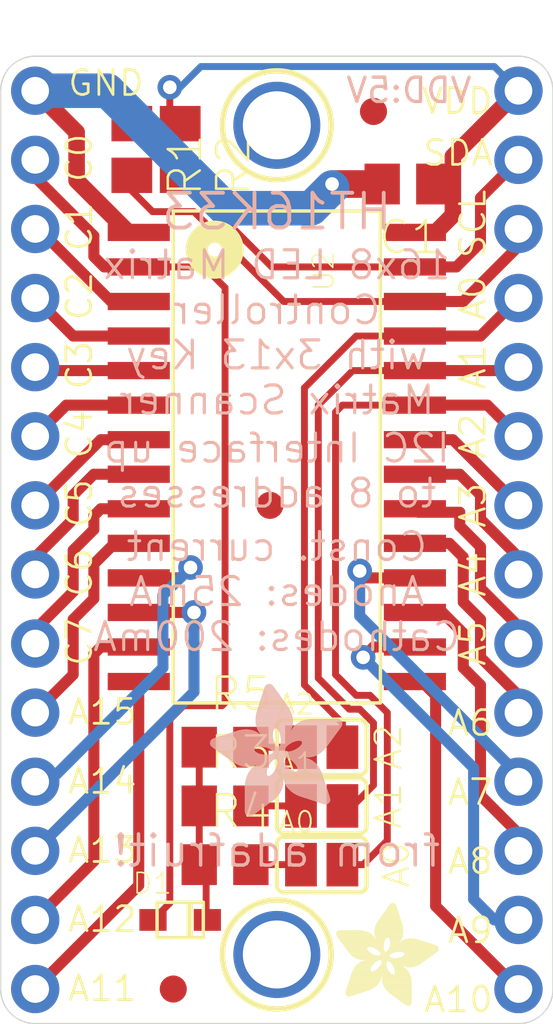
<source format=kicad_pcb>
(kicad_pcb (version 20241229) (generator "pcbnew") (generator_version "9.0")
  (layers (0 "F.Cu" signal) (4 "In1.Cu" signal) (6 "In2.Cu" signal) (8 "In3.Cu" signal) (10 "In4.Cu" signal) (12 "In5.Cu" signal) (14 "In6.Cu" signal) (16 "In7.Cu" signal) (18 "In8.Cu" signal) (20 "In9.Cu" signal) (22 "In10.Cu" signal) (24 "In11.Cu" signal) (26 "In12.Cu" signal) (28 "In13.Cu" signal) (30 "In14.Cu" signal) (2 "B.Cu" signal) (13 "F.Paste" user) (15 "B.Paste" user) (5 "F.SilkS" user "F.Silkscreen") (7 "B.SilkS" user "B.Silkscreen") (1 "F.Mask" user) (3 "B.Mask" user) (25 "Edge.Cuts" user))
  (net 0 "")
  (net 1 "CATH7")
  (net 2 "CATH6")
  (net 3 "CATH5")
  (net 4 "CATH4")
  (net 5 "CATH3")
  (net 6 "CATH2")
  (net 7 "CATH1")
  (net 8 "CATH0")
  (net 9 "VDD")
  (net 10 "GND")
  (net 11 "N$19")
  (net 12 "N$20")
  (net 13 "A1")
  (net 14 "ANOD14")
  (net 15 "ANOD13")
  (net 16 "ANOD7")
  (net 17 "ANOD6")
  (net 18 "ANOD4")
  (net 19 "ANOD3")
  (net 20 "ANOD5")
  (net 21 "ANOD8")
  (net 22 "ANOD9")
  (net 23 "ANOD11")
  (net 24 "ANOD10")
  (net 25 "ANOD12")
  (net 26 "ANOD15")
  (net 27 "A0")
  (net 28 "A2")
  (net 29 "N$9")
  (net 30 "N$16")
  (net 31 "SDA")
  (net 32 "SCL")
  (footprint "Adafruit HT16K33 breakout:SOLDERJUMPER_REFLOW_NOPASTE" (layer "F.Cu") (at 150.1521 116.9416)
    (property "Reference" "A0" (at -1.651 -1.143 0) (layer "F.SilkS") (effects (font (size 0.739648 0.739648) (thickness 0.073152)) (justify left bottom)))
    (property "Value" "")
    (pad "1" smd rect (at -0.762 0) (size 1.1684 1.6002) (layers "F.Cu" "F.Mask") (net 12 "N$20"))
    (pad "2" smd rect (at 0.762 0) (size 1.1684 1.6002) (layers "F.Cu" "F.Mask") (net 27 "A0"))
  )
  (footprint "Adafruit HT16K33 breakout:SOLDERJUMPER_REFLOW_NOPASTE" (layer "F.Cu") (at 150.1521 112.6236)
    (property "Reference" "A2" (at -1.651 -1.143 0) (layer "F.SilkS") (effects (font (size 0.739648 0.739648) (thickness 0.073152)) (justify left bottom)))
    (property "Value" "")
    (pad "1" smd rect (at -0.762 0) (size 1.1684 1.6002) (layers "F.Cu" "F.Mask") (net 29 "N$9"))
    (pad "2" smd rect (at 0.762 0) (size 1.1684 1.6002) (layers "F.Cu" "F.Mask") (net 28 "A2"))
  )
  (footprint "Adafruit HT16K33 breakout:FIDUCIAL_1MM" (layer "F.Cu") (at 152.0571 89.2556 90)
    (property "Reference" "U$1" (hide yes))
    (property "Value" "FIDUCIAL" (hide yes))
    (pad "1" smd roundrect (at 0 0 90) (size 1 1) (layers "F.Cu") (roundrect_rratio 0.5))
  )
  (footprint "Adafruit HT16K33 breakout:1X14-CB" (layer "F.Cu") (at 139.6111 105.0036 -90)
    (property "Reference" "JP2" (hide yes))
    (property "Value" "" (hide yes))
    (pad "1" thru_hole circle (at -16.51 0) (size 1.778 1.778) (drill 1.016) (layers "*.Cu" "*.Mask") (net 10 "GND"))
    (pad "2" thru_hole circle (at -13.97 0) (size 1.778 1.778) (drill 1.016) (layers "*.Cu" "*.Mask") (net 8 "CATH0"))
    (pad "3" thru_hole circle (at -11.43 0) (size 1.778 1.778) (drill 1.016) (layers "*.Cu" "*.Mask") (net 7 "CATH1"))
    (pad "4" thru_hole circle (at -8.89 0) (size 1.778 1.778) (drill 1.016) (layers "*.Cu" "*.Mask") (net 6 "CATH2"))
    (pad "5" thru_hole circle (at -6.35 0) (size 1.778 1.778) (drill 1.016) (layers "*.Cu" "*.Mask") (net 5 "CATH3"))
    (pad "6" thru_hole circle (at -3.81 0) (size 1.778 1.778) (drill 1.016) (layers "*.Cu" "*.Mask") (net 4 "CATH4"))
    (pad "7" thru_hole circle (at -1.27 0) (size 1.778 1.778) (drill 1.016) (layers "*.Cu" "*.Mask") (net 3 "CATH5"))
    (pad "8" thru_hole circle (at 1.27 0) (size 1.778 1.778) (drill 1.016) (layers "*.Cu" "*.Mask") (net 2 "CATH6"))
    (pad "9" thru_hole circle (at 3.81 0) (size 1.778 1.778) (drill 1.016) (layers "*.Cu" "*.Mask") (net 1 "CATH7"))
    (pad "10" thru_hole circle (at 6.35 0) (size 1.778 1.778) (drill 1.016) (layers "*.Cu" "*.Mask") (net 26 "ANOD15"))
    (pad "11" thru_hole circle (at 8.89 0) (size 1.778 1.778) (drill 1.016) (layers "*.Cu" "*.Mask") (net 14 "ANOD14"))
    (pad "12" thru_hole circle (at 11.43 0) (size 1.778 1.778) (drill 1.016) (layers "*.Cu" "*.Mask") (net 15 "ANOD13"))
    (pad "13" thru_hole circle (at 13.97 0) (size 1.778 1.778) (drill 1.016) (layers "*.Cu" "*.Mask") (net 25 "ANOD12"))
    (pad "14" thru_hole circle (at 16.51 0) (size 1.778 1.778) (drill 1.016) (layers "*.Cu" "*.Mask") (net 23 "ANOD11"))
  )
  (footprint "Adafruit HT16K33 breakout:SOP28_300MIL" (layer "F.Cu") (at 148.5011 101.9556 -90)
    (property "Reference" "U2" (at -7.62 -1.27 90) (layer "F.SilkS") (effects (font (size 0.752978 0.752978) (thickness 0.059822)) (justify right top)))
    (property "Value" "28-SOIC")
    (pad "P$1" smd rect (at -8.255 5.08 270) (size 0.635 2.286) (layers "F.Cu" "F.Mask" "F.Paste") (net 10 "GND"))
    (pad "P$2" smd rect (at -6.985 5.08 270) (size 0.635 2.286) (layers "F.Cu" "F.Mask" "F.Paste") (net 8 "CATH0"))
    (pad "P$3" smd rect (at -5.715 5.08 270) (size 0.635 2.286) (layers "F.Cu" "F.Mask" "F.Paste") (net 7 "CATH1"))
    (pad "P$4" smd rect (at -4.445 5.08 270) (size 0.635 2.286) (layers "F.Cu" "F.Mask" "F.Paste") (net 6 "CATH2"))
    (pad "P$5" smd rect (at -3.175 5.08 270) (size 0.635 2.286) (layers "F.Cu" "F.Mask" "F.Paste") (net 5 "CATH3"))
    (pad "P$6" smd rect (at -1.905 5.08 270) (size 0.635 2.286) (layers "F.Cu" "F.Mask" "F.Paste") (net 4 "CATH4"))
    (pad "P$7" smd rect (at -0.635 5.08 270) (size 0.635 2.286) (layers "F.Cu" "F.Mask" "F.Paste") (net 3 "CATH5"))
    (pad "P$8" smd rect (at 0.635 5.08 270) (size 0.635 2.286) (layers "F.Cu" "F.Mask" "F.Paste") (net 2 "CATH6"))
    (pad "P$9" smd rect (at 1.905 5.08 270) (size 0.635 2.286) (layers "F.Cu" "F.Mask" "F.Paste") (net 1 "CATH7"))
    (pad "P$10" smd rect (at 3.175 5.08 270) (size 0.635 2.286) (layers "F.Cu" "F.Mask" "F.Paste") (net 26 "ANOD15"))
    (pad "P$11" smd rect (at 4.445 5.08 270) (size 0.635 2.286) (layers "F.Cu" "F.Mask" "F.Paste") (net 14 "ANOD14"))
    (pad "P$12" smd rect (at 5.715 5.08 270) (size 0.635 2.286) (layers "F.Cu" "F.Mask" "F.Paste") (net 15 "ANOD13"))
    (pad "P$13" smd rect (at 6.985 5.08 270) (size 0.635 2.286) (layers "F.Cu" "F.Mask" "F.Paste") (net 25 "ANOD12"))
    (pad "P$14" smd rect (at 8.255 5.08 270) (size 0.635 2.286) (layers "F.Cu" "F.Mask" "F.Paste") (net 23 "ANOD11"))
    (pad "P$15" smd rect (at 8.255 -5.08 90) (size 0.635 2.286) (layers "F.Cu" "F.Mask" "F.Paste") (net 24 "ANOD10"))
    (pad "P$16" smd rect (at 6.985 -5.08 90) (size 0.635 2.286) (layers "F.Cu" "F.Mask" "F.Paste") (net 22 "ANOD9"))
    (pad "P$17" smd rect (at 5.715 -5.08 90) (size 0.635 2.286) (layers "F.Cu" "F.Mask" "F.Paste") (net 21 "ANOD8"))
    (pad "P$18" smd rect (at 4.445 -5.08 90) (size 0.635 2.286) (layers "F.Cu" "F.Mask" "F.Paste") (net 16 "ANOD7"))
    (pad "P$19" smd rect (at 3.175 -5.08 90) (size 0.635 2.286) (layers "F.Cu" "F.Mask" "F.Paste") (net 17 "ANOD6"))
    (pad "P$20" smd rect (at 1.905 -5.08 90) (size 0.635 2.286) (layers "F.Cu" "F.Mask" "F.Paste") (net 20 "ANOD5"))
    (pad "P$21" smd rect (at 0.635 -5.08 90) (size 0.635 2.286) (layers "F.Cu" "F.Mask" "F.Paste") (net 18 "ANOD4"))
    (pad "P$22" smd rect (at -0.635 -5.08 90) (size 0.635 2.286) (layers "F.Cu" "F.Mask" "F.Paste") (net 19 "ANOD3"))
    (pad "P$23" smd rect (at -1.905 -5.08 90) (size 0.635 2.286) (layers "F.Cu" "F.Mask" "F.Paste") (net 27 "A0"))
    (pad "P$24" smd rect (at -3.175 -5.08 90) (size 0.635 2.286) (layers "F.Cu" "F.Mask" "F.Paste") (net 13 "A1"))
    (pad "P$25" smd rect (at -4.445 -5.08 90) (size 0.635 2.286) (layers "F.Cu" "F.Mask" "F.Paste") (net 28 "A2"))
    (pad "P$26" smd rect (at -5.715 -5.08 90) (size 0.635 2.286) (layers "F.Cu" "F.Mask" "F.Paste") (net 32 "SCL"))
    (pad "P$27" smd rect (at -6.985 -5.08 90) (size 0.635 2.286) (layers "F.Cu" "F.Mask" "F.Paste") (net 31 "SDA"))
    (pad "P$28" smd rect (at -8.255 -5.08 90) (size 0.635 2.286) (layers "F.Cu" "F.Mask" "F.Paste") (net 9 "VDD"))
  )
  (footprint "Adafruit HT16K33 breakout:FIDUCIAL_1MM" (layer "F.Cu") (at 148.2471 103.7336 90)
    (property "Reference" "U$2" (hide yes))
    (property "Value" "FIDUCIAL" (hide yes))
    (pad "1" smd roundrect (at 0 0 90) (size 1 1) (layers "F.Cu") (roundrect_rratio 0.5))
  )
  (footprint "Adafruit HT16K33 breakout:R0805" (layer "F.Cu") (at 144.9451 90.6526 -90)
    (property "Reference" "R2" (at -0.635 -1.27 90) (layer "F.SilkS") (effects (font (size 1.176528 1.176528) (thickness 0.093472)) (justify right top)))
    (property "Value" "10K")
    (pad "1" smd rect (at -0.95 0 270) (size 1.3 1.5) (layers "F.Cu" "F.Mask" "F.Paste") (net 9 "VDD"))
    (pad "2" smd rect (at 0.95 0 270) (size 1.3 1.5) (layers "F.Cu" "F.Mask" "F.Paste") (net 31 "SDA"))
  )
  (footprint "Adafruit HT16K33 breakout:1X14-CB" (layer "F.Cu") (at 157.3911 105.0036 90)
    (property "Reference" "JP1" (hide yes))
    (property "Value" "" (hide yes))
    (pad "1" thru_hole circle (at -16.51 0 180) (size 1.778 1.778) (drill 1.016) (layers "*.Cu" "*.Mask") (net 24 "ANOD10"))
    (pad "2" thru_hole circle (at -13.97 0 180) (size 1.778 1.778) (drill 1.016) (layers "*.Cu" "*.Mask") (net 22 "ANOD9"))
    (pad "3" thru_hole circle (at -11.43 0 180) (size 1.778 1.778) (drill 1.016) (layers "*.Cu" "*.Mask") (net 21 "ANOD8"))
    (pad "4" thru_hole circle (at -8.89 0 180) (size 1.778 1.778) (drill 1.016) (layers "*.Cu" "*.Mask") (net 16 "ANOD7"))
    (pad "5" thru_hole circle (at -6.35 0 180) (size 1.778 1.778) (drill 1.016) (layers "*.Cu" "*.Mask") (net 17 "ANOD6"))
    (pad "6" thru_hole circle (at -3.81 0 180) (size 1.778 1.778) (drill 1.016) (layers "*.Cu" "*.Mask") (net 20 "ANOD5"))
    (pad "7" thru_hole circle (at -1.27 0 180) (size 1.778 1.778) (drill 1.016) (layers "*.Cu" "*.Mask") (net 18 "ANOD4"))
    (pad "8" thru_hole circle (at 1.27 0 180) (size 1.778 1.778) (drill 1.016) (layers "*.Cu" "*.Mask") (net 19 "ANOD3"))
    (pad "9" thru_hole circle (at 3.81 0 180) (size 1.778 1.778) (drill 1.016) (layers "*.Cu" "*.Mask") (net 27 "A0"))
    (pad "10" thru_hole circle (at 6.35 0 180) (size 1.778 1.778) (drill 1.016) (layers "*.Cu" "*.Mask") (net 13 "A1"))
    (pad "11" thru_hole circle (at 8.89 0 180) (size 1.778 1.778) (drill 1.016) (layers "*.Cu" "*.Mask") (net 28 "A2"))
    (pad "12" thru_hole circle (at 11.43 0 180) (size 1.778 1.778) (drill 1.016) (layers "*.Cu" "*.Mask") (net 32 "SCL"))
    (pad "13" thru_hole circle (at 13.97 0 180) (size 1.778 1.778) (drill 1.016) (layers "*.Cu" "*.Mask") (net 31 "SDA"))
    (pad "14" thru_hole circle (at 16.51 0 180) (size 1.778 1.778) (drill 1.016) (layers "*.Cu" "*.Mask") (net 9 "VDD"))
  )
  (footprint "Adafruit HT16K33 breakout:ADAFRUIT_3.5MM" (layer "F.Cu") (at 150.6601 122.1486)
    (property "Reference" "U$3" (hide yes))
    (property "Value" "" (hide yes))
  )
  (footprint "Adafruit HT16K33 breakout:FIDUCIAL_1MM" (layer "F.Cu") (at 144.6911 121.5136)
    (property "Reference" "U$6" (hide yes))
    (property "Value" "FIDUCIAL" (hide yes))
    (pad "1" smd roundrect (at 0 0) (size 1 1) (layers "F.Cu") (roundrect_rratio 0.5))
  )
  (footprint "Adafruit HT16K33 breakout:SOD-323F" (layer "F.Cu") (at 144.9451 118.9736)
    (property "Reference" "D1" (at -1.8 -0.9 0) (layer "F.SilkS") (effects (font (size 0.752978 0.752978) (thickness 0.059822)) (justify left bottom)))
    (property "Value" "1N4148")
    (pad "A" smd rect (at -1 0) (size 1 0.8) (layers "F.Cu" "F.Mask" "F.Paste") (net 8 "CATH0"))
    (pad "C" smd rect (at 1 0) (size 1 0.8) (layers "F.Cu" "F.Mask" "F.Paste") (net 30 "N$16"))
  )
  (footprint "Adafruit HT16K33 breakout:R0805" (layer "F.Cu") (at 146.5961 114.7826)
    (property "Reference" "R3" (at -0.635 -1.27 0) (layer "F.SilkS") (effects (font (size 1.176528 1.176528) (thickness 0.093472)) (justify left bottom)))
    (property "Value" "47K")
    (pad "1" smd rect (at -0.95 0) (size 1.3 1.5) (layers "F.Cu" "F.Mask" "F.Paste") (net 30 "N$16"))
    (pad "2" smd rect (at 0.95 0) (size 1.3 1.5) (layers "F.Cu" "F.Mask" "F.Paste") (net 11 "N$19"))
  )
  (footprint "Adafruit HT16K33 breakout:R0805" (layer "F.Cu") (at 146.5961 112.6236)
    (property "Reference" "R5" (at -0.635 -1.27 0) (layer "F.SilkS") (effects (font (size 1.176528 1.176528) (thickness 0.093472)) (justify left bottom)))
    (property "Value" "47K")
    (pad "1" smd rect (at -0.95 0) (size 1.3 1.5) (layers "F.Cu" "F.Mask" "F.Paste") (net 30 "N$16"))
    (pad "2" smd rect (at 0.95 0) (size 1.3 1.5) (layers "F.Cu" "F.Mask" "F.Paste") (net 29 "N$9"))
  )
  (footprint "Adafruit HT16K33 breakout:R0805" (layer "F.Cu") (at 146.5961 116.9416)
    (property "Reference" "R4" (at -0.635 -1.27 0) (layer "F.SilkS") (effects (font (size 1.176528 1.176528) (thickness 0.093472)) (justify left bottom)))
    (property "Value" "47K")
    (pad "1" smd rect (at -0.95 0) (size 1.3 1.5) (layers "F.Cu" "F.Mask" "F.Paste") (net 30 "N$16"))
    (pad "2" smd rect (at 0.95 0) (size 1.3 1.5) (layers "F.Cu" "F.Mask" "F.Paste") (net 12 "N$20"))
  )
  (footprint "Adafruit HT16K33 breakout:SOLDERJUMPER_REFLOW_NOPASTE" (layer "F.Cu") (at 150.1521 114.7826)
    (property "Reference" "A1" (at -1.651 -1.143 0) (layer "F.SilkS") (effects (font (size 0.739648 0.739648) (thickness 0.073152)) (justify left bottom)))
    (property "Value" "")
    (pad "1" smd rect (at -0.762 0) (size 1.1684 1.6002) (layers "F.Cu" "F.Mask") (net 11 "N$19"))
    (pad "2" smd rect (at 0.762 0) (size 1.1684 1.6002) (layers "F.Cu" "F.Mask") (net 13 "A1"))
  )
  (footprint "Adafruit HT16K33 breakout:MOUNTINGHOLE_2.5_PLATED" (layer "F.Cu") (at 148.5011 89.7636)
    (property "Reference" "U$4" (hide yes))
    (property "Value" "MOUNTINGHOLE2.5" (hide yes))
    (pad "P$1" thru_hole circle (at 0 0) (size 3.2 3.2) (drill 2.5) (layers "*.Cu" "*.Mask"))
  )
  (footprint "Adafruit HT16K33 breakout:R0805" (layer "F.Cu") (at 143.1671 90.6526 -90)
    (property "Reference" "R1" (at -0.635 -1.27 90) (layer "F.SilkS") (effects (font (size 1.176528 1.176528) (thickness 0.093472)) (justify right top)))
    (property "Value" "10K")
    (pad "1" smd rect (at -0.95 0 270) (size 1.3 1.5) (layers "F.Cu" "F.Mask" "F.Paste") (net 9 "VDD"))
    (pad "2" smd rect (at 0.95 0 270) (size 1.3 1.5) (layers "F.Cu" "F.Mask" "F.Paste") (net 32 "SCL"))
  )
  (footprint "Adafruit HT16K33 breakout:MOUNTINGHOLE_2.5_PLATED" (layer "F.Cu") (at 148.5011 120.2436)
    (property "Reference" "U$5" (hide yes))
    (property "Value" "MOUNTINGHOLE2.5" (hide yes))
    (pad "P$1" thru_hole circle (at 0 0) (size 3.2 3.2) (drill 2.5) (layers "*.Cu" "*.Mask"))
  )
  (footprint "Adafruit HT16K33 breakout:C0805" (layer "F.Cu") (at 153.3271 91.9226 180)
    (property "Reference" "C1" (at -1.27 -1.27 0) (layer "F.SilkS") (effects (font (size 1.176528 1.176528) (thickness 0.093472)) (justify right top)))
    (property "Value" "10uF")
    (pad "1" smd rect (at -0.95 0 180) (size 1.3 1.5) (layers "F.Cu" "F.Mask" "F.Paste") (net 9 "VDD"))
    (pad "2" smd rect (at 0.95 0 180) (size 1.3 1.5) (layers "F.Cu" "F.Mask" "F.Paste") (net 10 "GND"))
  )
  (footprint "Adafruit HT16K33 breakout:ADAFRUIT_5MM" (layer "B.Cu") (at 150.9141 115.1636 180)
    (property "Reference" "U$7" (hide yes))
    (property "Value" "" (hide yes))
  )
  (gr_arc (start 158.6611 121.5136) (mid 158.289126 122.411626) (end 157.3911 122.7836) (stroke (width 0.05)) (layer "Edge.Cuts"))
  (gr_line (start 139.6111 87.2236) (end 157.3911 87.2236) (stroke (width 0.05)) (layer "Edge.Cuts"))
  (gr_arc (start 157.3911 87.2236) (mid 158.289126 87.595574) (end 158.6611 88.4936) (stroke (width 0.05)) (layer "Edge.Cuts"))
  (gr_line (start 138.3411 121.5136) (end 138.3411 88.4936) (stroke (width 0.05)) (layer "Edge.Cuts"))
  (gr_arc (start 139.6111 122.7836) (mid 138.713074 122.411626) (end 138.3411 121.5136) (stroke (width 0.05)) (layer "Edge.Cuts"))
  (gr_line (start 158.6611 88.4936) (end 158.6611 121.5136) (stroke (width 0.05)) (layer "Edge.Cuts"))
  (gr_line (start 157.3911 122.7836) (end 139.6111 122.7836) (stroke (width 0.05)) (layer "Edge.Cuts"))
  (gr_arc (start 138.3411 88.4936) (mid 138.713074 87.595574) (end 139.6111 87.2236) (stroke (width 0.05)) (layer "Edge.Cuts"))
  (gr_text "C5" (at 141.7701 104.6226 90) (layer "F.SilkS") (effects (font (size 0.9144 0.9144) (thickness 0.1016)) (justify left bottom)))
  (gr_text "A1" (at 156.2481 99.5426 90) (layer "F.SilkS") (effects (font (size 0.9144 0.9144) (thickness 0.1016)) (justify left bottom)))
  (gr_text "A7" (at 154.725552 114.812064 0) (layer "F.SilkS") (effects (font (size 0.9144 0.9144) (thickness 0.1016)) (justify left bottom)))
  (gr_text "C0" (at 141.7701 91.9226 90) (layer "F.SilkS") (effects (font (size 0.9144 0.9144) (thickness 0.1016)) (justify left bottom)))
  (gr_text "SCL" (at 156.2481 94.7166 90) (layer "F.SilkS") (effects (font (size 0.9144 0.9144) (thickness 0.1016)) (justify left bottom)))
  (gr_text "C2" (at 141.7701 97.0026 90) (layer "F.SilkS") (effects (font (size 0.9144 0.9144) (thickness 0.1016)) (justify left bottom)))
  (gr_text "VDD" (at 153.767609 89.412064 0) (layer "F.SilkS") (effects (font (size 0.9144 0.9144) (thickness 0.1016)) (justify left bottom)))
  (gr_text "SDA" (at 153.811152 91.317064 0) (layer "F.SilkS") (effects (font (size 0.9144 0.9144) (thickness 0.1016)) (justify left bottom)))
  (gr_text "GND" (at 140.7541 88.7476 0) (layer "F.SilkS") (effects (font (size 0.9144 0.9144) (thickness 0.1016)) (justify left bottom)))
  (gr_text "A6" (at 154.725552 112.272064 0) (layer "F.SilkS") (effects (font (size 0.9144 0.9144) (thickness 0.1016)) (justify left bottom)))
  (gr_text "A15" (at 140.7541 111.8616 0) (layer "F.SilkS") (effects (font (size 0.9144 0.9144) (thickness 0.1016)) (justify left bottom)))
  (gr_text "C3" (at 141.7701 99.5426 90) (layer "F.SilkS") (effects (font (size 0.9144 0.9144) (thickness 0.1016)) (justify left bottom)))
  (gr_text "C6" (at 141.7701 107.1626 90) (layer "F.SilkS") (effects (font (size 0.9144 0.9144) (thickness 0.1016)) (justify left bottom)))
  (gr_text "A4" (at 156.2481 107.1626 90) (layer "F.SilkS") (effects (font (size 0.9144 0.9144) (thickness 0.1016)) (justify left bottom)))
  (gr_text "A13" (at 140.7541 116.9416 0) (layer "F.SilkS") (effects (font (size 0.9144 0.9144) (thickness 0.1016)) (justify left bottom)))
  (gr_text "A12" (at 140.7541 119.4816 0) (layer "F.SilkS") (effects (font (size 0.9144 0.9144) (thickness 0.1016)) (justify left bottom)))
  (gr_text "A11" (at 140.7541 122.0216 0) (layer "F.SilkS") (effects (font (size 0.9144 0.9144) (thickness 0.1016)) (justify left bottom)))
  (gr_text "A9" (at 154.725552 119.892064 0) (layer "F.SilkS") (effects (font (size 0.9144 0.9144) (thickness 0.1016)) (justify left bottom)))
  (gr_text "A0" (at 156.2481 97.0026 90) (layer "F.SilkS") (effects (font (size 0.9144 0.9144) (thickness 0.1016)) (justify left bottom)))
  (gr_text "C7" (at 141.7701 109.7026 90) (layer "F.SilkS") (effects (font (size 0.9144 0.9144) (thickness 0.1016)) (justify left bottom)))
  (gr_text "A8" (at 154.725552 117.352064 0) (layer "F.SilkS") (effects (font (size 0.9144 0.9144) (thickness 0.1016)) (justify left bottom)))
  (gr_text "A1" (at 152.0571 114.7826 90) (layer "F.SilkS") (effects (font (size 0.93472 0.93472) (thickness 0.08128)) (justify top)))
  (gr_text "A14" (at 140.7541 114.4016 0) (layer "F.SilkS") (effects (font (size 0.9144 0.9144) (thickness 0.1016)) (justify left bottom)))
  (gr_text "C1" (at 141.7701 94.4626 90) (layer "F.SilkS") (effects (font (size 0.9144 0.9144) (thickness 0.1016)) (justify left bottom)))
  (gr_text "A2" (at 156.2481 102.0826 90) (layer "F.SilkS") (effects (font (size 0.9144 0.9144) (thickness 0.1016)) (justify left bottom)))
  (gr_text "A2" (at 152.0571 112.6236 90) (layer "F.SilkS") (effects (font (size 0.93472 0.93472) (thickness 0.08128)) (justify top)))
  (gr_text "A3" (at 156.2481 104.6226 90) (layer "F.SilkS") (effects (font (size 0.9144 0.9144) (thickness 0.1016)) (justify left bottom)))
  (gr_text "C4" (at 141.7701 102.0826 90) (layer "F.SilkS") (effects (font (size 0.9144 0.9144) (thickness 0.1016)) (justify left bottom)))
  (gr_text "A5" (at 156.2481 109.7026 90) (layer "F.SilkS") (effects (font (size 0.9144 0.9144) (thickness 0.1016)) (justify left bottom)))
  (gr_text "A10" (at 153.854695 122.432064 0) (layer "F.SilkS") (effects (font (size 0.9144 0.9144) (thickness 0.1016)) (justify left bottom)))
  (gr_text "A0" (at 153.436015 116.9416 90) (layer "F.SilkS") (effects (font (size 0.93472 0.93472) (thickness 0.08128)) (justify bottom)))
  (gr_text "I2C Interface up\nto 8 addresses" (at 148.5011 102.4636 -0) (layer "B.SilkS") (effects (font (size 1.0287 1.0287) (thickness 0.1143)) (justify mirror)))
  (gr_text "HT16K33" (at 148.5011 92.9386 -0) (layer "B.SilkS") (effects (font (size 1.28016 1.28016) (thickness 0.14224)) (justify mirror)))
  (gr_text "VDD:5V" (at 155.7401 89.0016 -0) (layer "B.SilkS") (effects (font (size 0.89408 0.89408) (thickness 0.12192)) (justify left bottom mirror)))
  (gr_text "Const. current\nAnodes: 25mA\nCathodes: 200mA" (at 148.5011 106.9086 -0) (layer "B.SilkS") (effects (font (size 1.0287 1.0287) (thickness 0.1143)) (justify mirror)))
  (gr_text "16x8 LED Matrix\nController\nwith 3x13 Key\nMatrix Scanner" (at 148.5011 97.3836 -0) (layer "B.SilkS") (effects (font (size 1.0287 1.0287) (thickness 0.1143)) (justify mirror)))
  (gr_text "from adafruit!" (at 148.5011 116.4336 -0) (layer "B.SilkS") (effects (font (size 1.143 1.143) (thickness 0.127)) (justify mirror)))
  (segment (start 142.0241 103.8606) (end 141.7701 104.1146) (width 0.4064) (layer "F.Cu") (net 1))
  (segment (start 139.6111 108.3056) (end 139.6111 108.8136) (width 0.4064) (layer "F.Cu") (net 1))
  (segment (start 141.7701 104.1146) (end 141.7701 104.6226) (width 0.4064) (layer "F.Cu") (net 1))
  (segment (start 141.0081 106.9086) (end 139.6111 108.3056) (width 0.4064) (layer "F.Cu") (net 1))
  (segment (start 141.7701 104.6226) (end 141.0081 105.3846) (width 0.4064) (layer "F.Cu") (net 1))
  (segment (start 143.4211 103.8606) (end 142.0241 103.8606) (width 0.4064) (layer "F.Cu") (net 1))
  (segment (start 141.0081 105.3846) (end 141.0081 106.9086) (width 0.4064) (layer "F.Cu") (net 1))
  (segment (start 141.7701 102.5906) (end 141.0081 103.3526) (width 0.4064) (layer "F.Cu") (net 2))
  (segment (start 141.0081 104.2416) (end 139.6111 105.6386) (width 0.4064) (layer "F.Cu") (net 2))
  (segment (start 139.6111 105.6386) (end 139.6111 106.2736) (width 0.4064) (layer "F.Cu") (net 2))
  (segment (start 143.4211 102.5906) (end 141.7701 102.5906) (width 0.4064) (layer "F.Cu") (net 2))
  (segment (start 141.0081 103.3526) (end 141.0081 104.2416) (width 0.4064) (layer "F.Cu") (net 2))
  (segment (start 143.4211 101.3206) (end 142.0241 101.3206) (width 0.4064) (layer "F.Cu") (net 3))
  (segment (start 142.0241 101.3206) (end 139.6111 103.7336) (width 0.4064) (layer "F.Cu") (net 3))
  (segment (start 143.4211 100.0506) (end 140.7541 100.0506) (width 0.4064) (layer "F.Cu") (net 4))
  (segment (start 140.7541 100.0506) (end 139.6111 101.1936) (width 0.4064) (layer "F.Cu") (net 4))
  (segment (start 139.7381 98.7806) (end 139.6111 98.6536) (width 0.4064) (layer "F.Cu") (net 5))
  (segment (start 143.4211 98.7806) (end 139.7381 98.7806) (width 0.4064) (layer "F.Cu") (net 5))
  (segment (start 141.0081 97.5106) (end 139.6111 96.1136) (width 0.4064) (layer "F.Cu") (net 6))
  (segment (start 143.4211 97.5106) (end 141.0081 97.5106) (width 0.4064) (layer "F.Cu") (net 6))
  (segment (start 139.7381 93.5736) (end 139.6111 93.5736) (width 0.4064) (layer "F.Cu") (net 7))
  (segment (start 143.4211 96.2406) (end 142.4051 96.2406) (width 0.4064) (layer "F.Cu") (net 7))
  (segment (start 142.4051 96.2406) (end 139.7381 93.5736) (width 0.4064) (layer "F.Cu") (net 7))
  (segment (start 146.5961 110.9886) (end 146.5961 95.7326) (width 0.254) (layer "F.Cu") (net 8))
  (segment (start 139.6111 91.6686) (end 139.6111 91.0336) (width 0.4064) (layer "F.Cu") (net 8))
  (segment (start 141.7701 94.5896) (end 141.7701 93.8276) (width 0.4064) (layer "F.Cu") (net 8))
  (segment (start 145.0721 111.0996) (end 144.5641 111.6076) (width 0.254) (layer "F.Cu") (net 8))
  (segment (start 142.1511 94.9706) (end 141.7701 94.5896) (width 0.4064) (layer "F.Cu") (net 8))
  (segment (start 143.4211 94.9706) (end 142.1511 94.9706) (width 0.4064) (layer "F.Cu") (net 8))
  (segment (start 141.7701 93.8276) (end 139.6111 91.6686) (width 0.4064) (layer "F.Cu") (net 8))
  (segment (start 144.5641 118.3546) (end 143.9451 118.9736) (width 0.254) (layer "F.Cu") (net 8))
  (segment (start 145.8341 94.9706) (end 143.4211 94.9706) (width 0.254) (layer "F.Cu") (net 8))
  (segment (start 146.5961 110.9886) (end 146.4851 111.0996) (width 0.254) (layer "F.Cu") (net 8))
  (segment (start 146.5961 95.7326) (end 145.8341 94.9706) (width 0.254) (layer "F.Cu") (net 8))
  (segment (start 144.5641 111.6076) (end 144.5641 118.3546) (width 0.254) (layer "F.Cu") (net 8))
  (segment (start 146.4851 111.0996) (end 145.0721 111.0996) (width 0.254) (layer "F.Cu") (net 8))
  (segment (start 154.9781 93.0656) (end 154.9781 91.9226) (width 0.6096) (layer "F.Cu") (net 9))
  (segment (start 144.5641 88.3666) (end 144.5641 89.7026) (width 0.254) (layer "F.Cu") (net 9))
  (segment (start 154.2771 91.9226) (end 154.9781 91.9226) (width 0.6096) (layer "F.Cu") (net 9))
  (segment (start 153.5811 93.7006) (end 154.3431 93.7006) (width 0.6096) (layer "F.Cu") (net 9))
  (segment (start 143.1671 89.7026) (end 144.5641 89.7026) (width 0.254) (layer "F.Cu") (net 9))
  (segment (start 154.9781 90.9066) (end 157.3911 88.4936) (width 0.6096) (layer "F.Cu") (net 9))
  (segment (start 154.9781 91.9226) (end 154.9781 90.9066) (width 0.6096) (layer "F.Cu") (net 9))
  (segment (start 144.5641 89.7026) (end 144.9451 89.7026) (width 0.254) (layer "F.Cu") (net 9))
  (segment (start 154.3431 93.7006) (end 154.9781 93.0656) (width 0.6096) (layer "F.Cu") (net 9))
  (via (at 144.5641 88.3666) (size 0.9064) (drill 0.5) (layers "F.Cu" "B.Cu") (net 9))
  (segment (start 156.5021 87.6046) (end 145.7071 87.6046) (width 0.254) (layer "B.Cu") (net 9))
  (segment (start 144.9451 88.3666) (end 144.5641 88.3666) (width 0.254) (layer "B.Cu") (net 9))
  (segment (start 157.3911 88.4936) (end 156.5021 87.6046) (width 0.254) (layer "B.Cu") (net 9))
  (segment (start 145.7071 87.6046) (end 144.9451 88.3666) (width 0.254) (layer "B.Cu") (net 9))
  (segment (start 141.1351 90.0176) (end 139.6111 88.4936) (width 0.6096) (layer "F.Cu") (net 10))
  (segment (start 143.0401 93.7006) (end 141.1351 91.7956) (width 0.6096) (layer "F.Cu") (net 10))
  (segment (start 152.3771 91.9226) (end 150.5331 91.9226) (width 1.016) (layer "F.Cu") (net 10))
  (segment (start 141.1351 91.7956) (end 141.1351 90.0176) (width 0.6096) (layer "F.Cu") (net 10))
  (segment (start 143.4211 93.7006) (end 143.0401 93.7006) (width 0.6096) (layer "F.Cu") (net 10))
  (via (at 150.5331 91.9226) (size 0.9064) (drill 0.5) (layers "F.Cu" "B.Cu") (net 10))
  (segment (start 150.5331 91.9226) (end 150.5331 92.0496) (width 0.6096) (layer "B.Cu") (net 10))
  (segment (start 149.7711 92.8116) (end 146.5961 92.8116) (width 1.27) (layer "B.Cu") (net 10))
  (segment (start 142.2781 88.4936) (end 139.6111 88.4936) (width 1.27) (layer "B.Cu") (net 10))
  (segment (start 150.5331 92.0496) (end 149.7711 92.8116) (width 1.27) (layer "B.Cu") (net 10))
  (segment (start 146.5961 92.8116) (end 142.2781 88.4936) (width 1.27) (layer "B.Cu") (net 10))
  (segment (start 147.5461 114.7826) (end 149.3901 114.7826) (width 0.254) (layer "F.Cu") (net 11))
  (segment (start 147.5461 116.9416) (end 149.3901 116.9416) (width 0.254) (layer "F.Cu") (net 12))
  (segment (start 151.2951 98.7806) (end 153.5811 98.7806) (width 0.254) (layer "F.Cu") (net 13))
  (segment (start 150.9141 114.7826) (end 151.2951 114.7826) (width 0.254) (layer "F.Cu") (net 13))
  (segment (start 151.2951 114.7826) (end 152.0571 114.0206) (width 0.254) (layer "F.Cu") (net 13))
  (segment (start 151.1681 111.2266) (end 150.0251 110.0836) (width 0.254) (layer "F.Cu") (net 13))
  (segment (start 151.5491 111.2266) (end 151.1681 111.2266) (width 0.254) (layer "F.Cu") (net 13))
  (segment (start 153.5811 98.7806) (end 157.2641 98.7806) (width 0.4064) (layer "F.Cu") (net 13))
  (segment (start 152.0571 111.7346) (end 151.5491 111.2266) (width 0.254) (layer "F.Cu") (net 13))
  (segment (start 152.0571 114.0206) (end 152.0571 111.7346) (width 0.254) (layer "F.Cu") (net 13))
  (segment (start 150.0251 100.0506) (end 151.2951 98.7806) (width 0.254) (layer "F.Cu") (net 13))
  (segment (start 157.2641 98.7806) (end 157.3911 98.6536) (width 0.4064) (layer "F.Cu") (net 13))
  (segment (start 150.0251 110.0836) (end 150.0251 100.0506) (width 0.254) (layer "F.Cu") (net 13))
  (segment (start 143.4211 106.4006) (end 144.9451 106.4006) (width 0.4064) (layer "F.Cu") (net 14))
  (segment (start 144.9451 106.4006) (end 145.3261 106.0196) (width 0.4064) (layer "F.Cu") (net 14))
  (via (at 145.3261 106.0196) (size 0.9064) (drill 0.5) (layers "F.Cu" "B.Cu") (net 14))
  (segment (start 140.1191 113.8936) (end 139.6111 113.8936) (width 0.4064) (layer "B.Cu") (net 14))
  (segment (start 145.3261 106.0196) (end 144.3101 107.0356) (width 0.4064) (layer "B.Cu") (net 14))
  (segment (start 144.3101 109.7026) (end 140.1191 113.8936) (width 0.4064) (layer "B.Cu") (net 14))
  (segment (start 144.3101 107.0356) (end 144.3101 109.7026) (width 0.4064) (layer "B.Cu") (net 14))
  (segment (start 143.4211 107.6706) (end 145.4531 107.6706) (width 0.4064) (layer "F.Cu") (net 15))
  (via (at 145.4531 107.6706) (size 0.9064) (drill 0.5) (layers "F.Cu" "B.Cu") (net 15))
  (segment (start 145.4531 107.6706) (end 145.4531 110.5916) (width 0.4064) (layer "B.Cu") (net 15))
  (segment (start 145.4531 110.5916) (end 139.6111 116.4336) (width 0.4064) (layer "B.Cu") (net 15))
  (segment (start 151.8031 106.4006) (end 151.5491 106.1466) (width 0.4064) (layer "F.Cu") (net 16))
  (segment (start 153.5811 106.4006) (end 151.8031 106.4006) (width 0.4064) (layer "F.Cu") (net 16))
  (via (at 151.5491 106.1466) (size 0.9064) (drill 0.5) (layers "F.Cu" "B.Cu") (net 16))
  (segment (start 151.5491 107.7976) (end 157.3911 113.6396) (width 0.4064) (layer "B.Cu") (net 16))
  (segment (start 157.3911 113.6396) (end 157.3911 113.8936) (width 0.4064) (layer "B.Cu") (net 16))
  (segment (start 151.5491 106.1466) (end 151.5491 107.7976) (width 0.4064) (layer "B.Cu") (net 16))
  (segment (start 155.9941 109.3216) (end 157.3911 110.7186) (width 0.4064) (layer "F.Cu") (net 17))
  (segment (start 155.3591 105.6386) (end 155.3591 107.2896) (width 0.4064) (layer "F.Cu") (net 17))
  (segment (start 154.8511 105.1306) (end 155.3591 105.6386) (width 0.4064) (layer "F.Cu") (net 17))
  (segment (start 155.9941 107.9246) (end 155.9941 109.3216) (width 0.4064) (layer "F.Cu") (net 17))
  (segment (start 157.3911 110.7186) (end 157.3911 111.3536) (width 0.4064) (layer "F.Cu") (net 17))
  (segment (start 153.5811 105.1306) (end 154.8511 105.1306) (width 0.4064) (layer "F.Cu") (net 17))
  (segment (start 155.3591 107.2896) (end 155.9941 107.9246) (width 0.4064) (layer "F.Cu") (net 17))
  (segment (start 155.9941 104.2416) (end 157.3911 105.6386) (width 0.4064) (layer "F.Cu") (net 18))
  (segment (start 155.9941 103.3526) (end 155.9941 104.2416) (width 0.4064) (layer "F.Cu") (net 18))
  (segment (start 157.3911 105.6386) (end 157.3911 106.2736) (width 0.4064) (layer "F.Cu") (net 18))
  (segment (start 155.2321 102.5906) (end 155.9941 103.3526) (width 0.4064) (layer "F.Cu") (net 18))
  (segment (start 153.5811 102.5906) (end 155.2321 102.5906) (width 0.4064) (layer "F.Cu") (net 18))
  (segment (start 154.9781 101.3206) (end 157.3911 103.7336) (width 0.4064) (layer "F.Cu") (net 19))
  (segment (start 153.5811 101.3206) (end 154.9781 101.3206) (width 0.4064) (layer "F.Cu") (net 19))
  (segment (start 155.2321 103.9876) (end 155.2321 104.4956) (width 0.4064) (layer "F.Cu") (net 20))
  (segment (start 153.5811 103.8606) (end 153.7081 103.9876) (width 0.4064) (layer "F.Cu") (net 20))
  (segment (start 157.3911 108.1786) (end 157.3911 108.8136) (width 0.4064) (layer "F.Cu") (net 20))
  (segment (start 155.9941 105.2576) (end 155.9941 106.7816) (width 0.4064) (layer "F.Cu") (net 20))
  (segment (start 153.7081 103.9876) (end 155.2321 103.9876) (width 0.4064) (layer "F.Cu") (net 20))
  (segment (start 155.2321 104.4956) (end 155.9941 105.2576) (width 0.4064) (layer "F.Cu") (net 20))
  (segment (start 155.9941 106.7816) (end 157.3911 108.1786) (width 0.4064) (layer "F.Cu") (net 20))
  (segment (start 155.9941 114.4016) (end 157.3911 115.7986) (width 0.4064) (layer "F.Cu") (net 21))
  (segment (start 157.3911 115.7986) (end 157.3911 116.4336) (width 0.4064) (layer "F.Cu") (net 21))
  (segment (start 153.5811 107.6706) (end 154.5971 107.6706) (width 0.4064) (layer "F.Cu") (net 21))
  (segment (start 154.5971 107.6706) (end 155.3591 108.4326) (width 0.4064) (layer "F.Cu") (net 21))
  (segment (start 155.3591 109.7026) (end 155.9941 110.3376) (width 0.4064) (layer "F.Cu") (net 21))
  (segment (start 155.9941 110.3376) (end 155.9941 114.4016) (width 0.4064) (layer "F.Cu") (net 21))
  (segment (start 155.3591 108.4326) (end 155.3591 109.7026) (width 0.4064) (layer "F.Cu") (net 21))
  (segment (start 153.5811 108.9406) (end 152.0571 108.9406) (width 0.4064) (layer "F.Cu") (net 22))
  (segment (start 152.0571 108.9406) (end 151.6761 109.3216) (width 0.4064) (layer "F.Cu") (net 22))
  (via (at 151.6761 109.3216) (size 0.9064) (drill 0.5) (layers "F.Cu" "B.Cu") (net 22))
  (segment (start 155.7401 118.2116) (end 156.5021 118.9736) (width 0.4064) (layer "B.Cu") (net 22))
  (segment (start 151.6761 109.3216) (end 155.7401 113.3856) (width 0.4064) (layer "B.Cu") (net 22))
  (segment (start 156.5021 118.9736) (end 157.3911 118.9736) (width 0.4064) (layer "B.Cu") (net 22))
  (segment (start 155.7401 113.3856) (end 155.7401 118.2116) (width 0.4064) (layer "B.Cu") (net 22))
  (segment (start 143.4211 117.7036) (end 139.6111 121.5136) (width 0.4064) (layer "F.Cu") (net 23))
  (segment (start 143.4211 110.2106) (end 143.4211 117.7036) (width 0.4064) (layer "F.Cu") (net 23))
  (segment (start 154.3431 110.7186) (end 154.3431 118.4656) (width 0.4064) (layer "F.Cu") (net 24))
  (segment (start 153.5811 110.2106) (end 153.8351 110.2106) (width 0.4064) (layer "F.Cu") (net 24))
  (segment (start 153.8351 110.2106) (end 154.3431 110.7186) (width 0.4064) (layer "F.Cu") (net 24))
  (segment (start 154.3431 118.4656) (end 157.3911 121.5136) (width 0.4064) (layer "F.Cu") (net 24))
  (segment (start 143.4211 108.9406) (end 142.0241 108.9406) (width 0.4064) (layer "F.Cu") (net 25))
  (segment (start 142.0241 108.9406) (end 141.7701 109.1946) (width 0.4064) (layer "F.Cu") (net 25))
  (segment (start 141.7701 109.1946) (end 141.7701 116.8146) (width 0.4064) (layer "F.Cu") (net 25))
  (segment (start 141.7701 116.8146) (end 139.6111 118.9736) (width 0.4064) (layer "F.Cu") (net 25))
  (segment (start 142.5321 105.1306) (end 143.4211 105.1306) (width 0.4064) (layer "F.Cu") (net 26))
  (segment (start 141.7701 107.1626) (end 141.7701 105.8926) (width 0.4064) (layer "F.Cu") (net 26))
  (segment (start 141.7701 105.8926) (end 142.5321 105.1306) (width 0.4064) (layer "F.Cu") (net 26))
  (segment (start 141.0081 109.9566) (end 139.6111 111.3536) (width 0.4064) (layer "F.Cu") (net 26))
  (segment (start 141.0081 107.9246) (end 141.0081 109.9566) (width 0.4064) (layer "F.Cu") (net 26))
  (segment (start 143.4211 105.1306) (end 143.8021 105.1306) (width 0.4064) (layer "F.Cu") (net 26))
  (segment (start 141.0081 107.9246) (end 141.7701 107.1626) (width 0.4064) (layer "F.Cu") (net 26))
  (segment (start 156.2481 100.0506) (end 157.3911 101.1936) (width 0.4064) (layer "F.Cu") (net 27))
  (segment (start 152.5651 116.0526) (end 152.5651 111.3536) (width 0.254) (layer "F.Cu") (net 27))
  (segment (start 150.6601 100.3046) (end 150.9141 100.0506) (width 0.254) (layer "F.Cu") (net 27))
  (segment (start 151.4221 110.7186) (end 150.6601 109.9566) (width 0.254) (layer "F.Cu") (net 27))
  (segment (start 153.5811 100.0506) (end 156.2481 100.0506) (width 0.4064) (layer "F.Cu") (net 27))
  (segment (start 151.6761 116.9416) (end 152.5651 116.0526) (width 0.254) (layer "F.Cu") (net 27))
  (segment (start 152.5651 111.3536) (end 151.9301 110.7186) (width 0.254) (layer "F.Cu") (net 27))
  (segment (start 151.9301 110.7186) (end 151.4221 110.7186) (width 0.254) (layer "F.Cu") (net 27))
  (segment (start 150.9141 100.0506) (end 153.5811 100.0506) (width 0.254) (layer "F.Cu") (net 27))
  (segment (start 150.9141 116.9416) (end 151.6761 116.9416) (width 0.254) (layer "F.Cu") (net 27))
  (segment (start 150.6601 109.9566) (end 150.6601 100.3046) (width 0.254) (layer "F.Cu") (net 27))
  (segment (start 149.5171 110.3376) (end 149.5171 99.4156) (width 0.254) (layer "F.Cu") (net 28))
  (segment (start 149.5171 99.4156) (end 151.4221 97.5106) (width 0.254) (layer "F.Cu") (net 28))
  (segment (start 151.4221 97.5106) (end 153.5811 97.5106) (width 0.254) (layer "F.Cu") (net 28))
  (segment (start 150.9141 111.7346) (end 149.5171 110.3376) (width 0.254) (layer "F.Cu") (net 28))
  (segment (start 153.5811 97.5106) (end 155.9941 97.5106) (width 0.4064) (layer "F.Cu") (net 28))
  (segment (start 150.9141 112.6236) (end 150.9141 111.7346) (width 0.254) (layer "F.Cu") (net 28))
  (segment (start 155.9941 97.5106) (end 157.3911 96.1136) (width 0.4064) (layer "F.Cu") (net 28))
  (segment (start 147.5461 112.6236) (end 149.3901 112.6236) (width 0.254) (layer "F.Cu") (net 29))
  (segment (start 145.9001 118.9286) (end 145.9001 117.1346) (width 0.254) (layer "F.Cu") (net 30))
  (segment (start 145.6461 116.9416) (end 145.6461 114.7826) (width 0.254) (layer "F.Cu") (net 30))
  (segment (start 145.9451 118.9736) (end 145.9001 118.9286) (width 0.254) (layer "F.Cu") (net 30))
  (segment (start 145.9001 117.1346) (end 145.7071 116.9416) (width 0.254) (layer "F.Cu") (net 30))
  (segment (start 145.7071 116.9416) (end 145.6461 116.9416) (width 0.254) (layer "F.Cu") (net 30))
  (segment (start 145.6461 112.6236) (end 145.6461 114.7826) (width 0.254) (layer "F.Cu") (net 30))
  (segment (start 153.5811 94.9706) (end 155.1051 94.9706) (width 0.4064) (layer "F.Cu") (net 31))
  (segment (start 155.9941 94.0816) (end 155.9941 92.4306) (width 0.4064) (layer "F.Cu") (net 31))
  (segment (start 155.1051 94.9706) (end 155.9941 94.0816) (width 0.4064) (layer "F.Cu") (net 31))
  (segment (start 155.9941 92.4306) (end 157.3911 91.0336) (width 0.4064) (layer "F.Cu") (net 31))
  (segment (start 148.3131 94.9706) (end 144.9451 91.6026) (width 0.254) (layer "F.Cu") (net 31))
  (segment (start 148.3131 94.9706) (end 153.5811 94.9706) (width 0.254) (layer "F.Cu") (net 31))
  (segment (start 143.1671 92.1766) (end 143.1671 91.6026) (width 0.254) (layer "F.Cu") (net 32))
  (segment (start 153.5811 96.2406) (end 155.3591 96.2406) (width 0.4064) (layer "F.Cu") (net 32))
  (segment (start 145.4531 92.9386) (end 148.7551 96.2406) (width 0.254) (layer "F.Cu") (net 32))
  (segment (start 155.3591 96.2406) (end 157.3911 94.2086) (width 0.4064) (layer "F.Cu") (net 32))
  (segment (start 143.9291 92.9386) (end 145.4531 92.9386) (width 0.254) (layer "F.Cu") (net 32))
  (segment (start 148.7551 96.2406) (end 153.5811 96.2406) (width 0.254) (layer "F.Cu") (net 32))
  (segment (start 157.3911 94.2086) (end 157.3911 93.5736) (width 0.4064) (layer "F.Cu") (net 32))
  (segment (start 143.9291 92.9386) (end 143.1671 92.1766) (width 0.254) (layer "F.Cu") (net 32))
)
</source>
